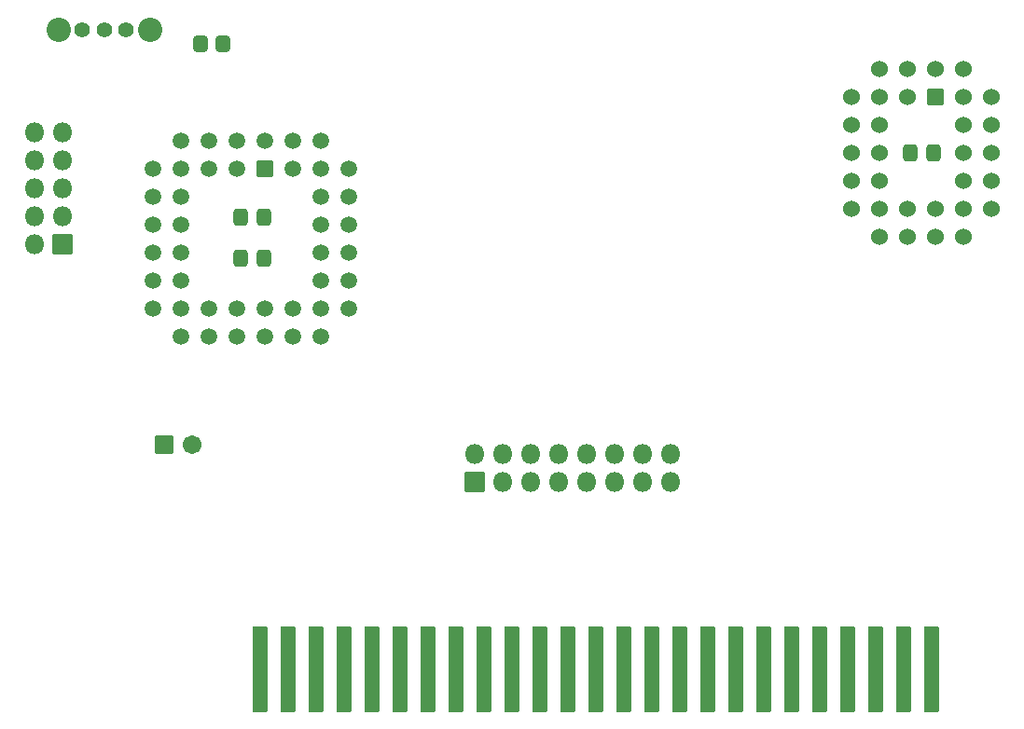
<source format=gbr>
G04 #@! TF.GenerationSoftware,KiCad,Pcbnew,(6.0.5)*
G04 #@! TF.CreationDate,2022-10-25T10:43:51-03:00*
G04 #@! TF.ProjectId,MSX USB Drive,4d535820-5553-4422-9044-726976652e6b,rev?*
G04 #@! TF.SameCoordinates,Original*
G04 #@! TF.FileFunction,Soldermask,Bot*
G04 #@! TF.FilePolarity,Negative*
%FSLAX46Y46*%
G04 Gerber Fmt 4.6, Leading zero omitted, Abs format (unit mm)*
G04 Created by KiCad (PCBNEW (6.0.5)) date 2022-10-25 10:43:51*
%MOMM*%
%LPD*%
G01*
G04 APERTURE LIST*
G04 Aperture macros list*
%AMRoundRect*
0 Rectangle with rounded corners*
0 $1 Rounding radius*
0 $2 $3 $4 $5 $6 $7 $8 $9 X,Y pos of 4 corners*
0 Add a 4 corners polygon primitive as box body*
4,1,4,$2,$3,$4,$5,$6,$7,$8,$9,$2,$3,0*
0 Add four circle primitives for the rounded corners*
1,1,$1+$1,$2,$3*
1,1,$1+$1,$4,$5*
1,1,$1+$1,$6,$7*
1,1,$1+$1,$8,$9*
0 Add four rect primitives between the rounded corners*
20,1,$1+$1,$2,$3,$4,$5,0*
20,1,$1+$1,$4,$5,$6,$7,0*
20,1,$1+$1,$6,$7,$8,$9,0*
20,1,$1+$1,$8,$9,$2,$3,0*%
G04 Aperture macros list end*
%ADD10RoundRect,0.051000X-0.635000X-3.810000X0.635000X-3.810000X0.635000X3.810000X-0.635000X3.810000X0*%
%ADD11RoundRect,0.051000X-0.800000X-0.800000X0.800000X-0.800000X0.800000X0.800000X-0.800000X0.800000X0*%
%ADD12C,1.702000*%
%ADD13RoundRect,0.051000X0.850000X-0.850000X0.850000X0.850000X-0.850000X0.850000X-0.850000X-0.850000X0*%
%ADD14O,1.802000X1.802000*%
%ADD15C,1.410000*%
%ADD16C,2.202000*%
%ADD17RoundRect,0.051000X-0.711200X-0.711200X0.711200X-0.711200X0.711200X0.711200X-0.711200X0.711200X0*%
%ADD18C,1.524400*%
%ADD19RoundRect,0.051000X-0.698500X0.698500X-0.698500X-0.698500X0.698500X-0.698500X0.698500X0.698500X0*%
%ADD20C,1.499000*%
%ADD21RoundRect,0.051000X0.850000X0.850000X-0.850000X0.850000X-0.850000X-0.850000X0.850000X-0.850000X0*%
%ADD22RoundRect,0.301000X0.337500X0.475000X-0.337500X0.475000X-0.337500X-0.475000X0.337500X-0.475000X0*%
%ADD23RoundRect,0.301000X-0.350000X-0.450000X0.350000X-0.450000X0.350000X0.450000X-0.350000X0.450000X0*%
G04 APERTURE END LIST*
D10*
X113350000Y-124270000D03*
X115890000Y-124270000D03*
X171770000Y-124270000D03*
X169230000Y-124270000D03*
X159070000Y-124270000D03*
X161610000Y-124270000D03*
X153990000Y-124270000D03*
X166690000Y-124270000D03*
X164150000Y-124270000D03*
X156530000Y-124270000D03*
X138750000Y-124270000D03*
X136210000Y-124270000D03*
X133670000Y-124270000D03*
X146370000Y-124270000D03*
X151450000Y-124270000D03*
X148910000Y-124270000D03*
X143830000Y-124270000D03*
X141290000Y-124270000D03*
X131130000Y-124270000D03*
X128590000Y-124270000D03*
X126050000Y-124270000D03*
X123510000Y-124270000D03*
X118430000Y-124270000D03*
X120970000Y-124270000D03*
X110810000Y-124270000D03*
D11*
X102134900Y-103910000D03*
D12*
X104634900Y-103910000D03*
D13*
X130320000Y-107250000D03*
D14*
X130320000Y-104710000D03*
X132860000Y-107250000D03*
X132860000Y-104710000D03*
X135400000Y-107250000D03*
X135400000Y-104710000D03*
X137940000Y-107250000D03*
X137940000Y-104710000D03*
X140480000Y-107250000D03*
X140480000Y-104710000D03*
X143020000Y-107250000D03*
X143020000Y-104710000D03*
X145560000Y-107250000D03*
X145560000Y-104710000D03*
X148100000Y-107250000D03*
X148100000Y-104710000D03*
D15*
X98650000Y-66180000D03*
X94650000Y-66180000D03*
X96650000Y-66180000D03*
D16*
X100800000Y-66180000D03*
X92500000Y-66180000D03*
D17*
X172130000Y-72270000D03*
D18*
X169590000Y-69730000D03*
X169590000Y-72270000D03*
X167050000Y-69730000D03*
X164510000Y-72270000D03*
X167050000Y-72270000D03*
X164510000Y-74810000D03*
X167050000Y-74810000D03*
X164510000Y-77350000D03*
X167050000Y-77350000D03*
X164510000Y-79890000D03*
X167050000Y-79890000D03*
X164510000Y-82430000D03*
X167050000Y-84970000D03*
X167050000Y-82430000D03*
X169590000Y-84970000D03*
X169590000Y-82430000D03*
X172130000Y-84970000D03*
X172130000Y-82430000D03*
X174670000Y-84970000D03*
X177210000Y-82430000D03*
X174670000Y-82430000D03*
X177210000Y-79890000D03*
X174670000Y-79890000D03*
X177210000Y-77350000D03*
X174670000Y-77350000D03*
X177210000Y-74810000D03*
X174670000Y-74810000D03*
X177210000Y-72270000D03*
X174670000Y-69730000D03*
X174670000Y-72270000D03*
X172130000Y-69730000D03*
D19*
X111260000Y-78810000D03*
D20*
X108720000Y-76270000D03*
X108720000Y-78810000D03*
X106180000Y-76270000D03*
X106180000Y-78810000D03*
X103640000Y-76270000D03*
X101100000Y-78810000D03*
X103640000Y-78810000D03*
X101100000Y-81350000D03*
X103640000Y-81350000D03*
X101100000Y-83890000D03*
X103640000Y-83890000D03*
X101100000Y-86430000D03*
X103640000Y-86430000D03*
X101100000Y-88970000D03*
X103640000Y-88970000D03*
X101100000Y-91510000D03*
X103640000Y-94050000D03*
X103640000Y-91510000D03*
X106180000Y-94050000D03*
X106180000Y-91510000D03*
X108720000Y-94050000D03*
X108720000Y-91510000D03*
X111260000Y-94050000D03*
X111260000Y-91510000D03*
X113800000Y-94050000D03*
X113800000Y-91510000D03*
X116340000Y-94050000D03*
X118880000Y-91510000D03*
X116340000Y-91510000D03*
X118880000Y-88970000D03*
X116340000Y-88970000D03*
X118880000Y-86430000D03*
X116340000Y-86430000D03*
X118880000Y-83890000D03*
X116340000Y-83890000D03*
X118880000Y-81350000D03*
X116340000Y-81350000D03*
X118880000Y-78810000D03*
X116340000Y-76270000D03*
X116340000Y-78810000D03*
X113800000Y-76270000D03*
X113800000Y-78810000D03*
X111260000Y-76270000D03*
D21*
X92850000Y-85640000D03*
D14*
X90310000Y-85640000D03*
X92850000Y-83100000D03*
X90310000Y-83100000D03*
X92850000Y-80560000D03*
X90310000Y-80560000D03*
X92850000Y-78020000D03*
X90310000Y-78020000D03*
X92850000Y-75480000D03*
X90310000Y-75480000D03*
D22*
X111147500Y-83250000D03*
X109072500Y-83250000D03*
X111147500Y-86950000D03*
X109072500Y-86950000D03*
D23*
X105410000Y-67470000D03*
X107410000Y-67470000D03*
D22*
X171930000Y-77400000D03*
X169855000Y-77400000D03*
M02*

</source>
